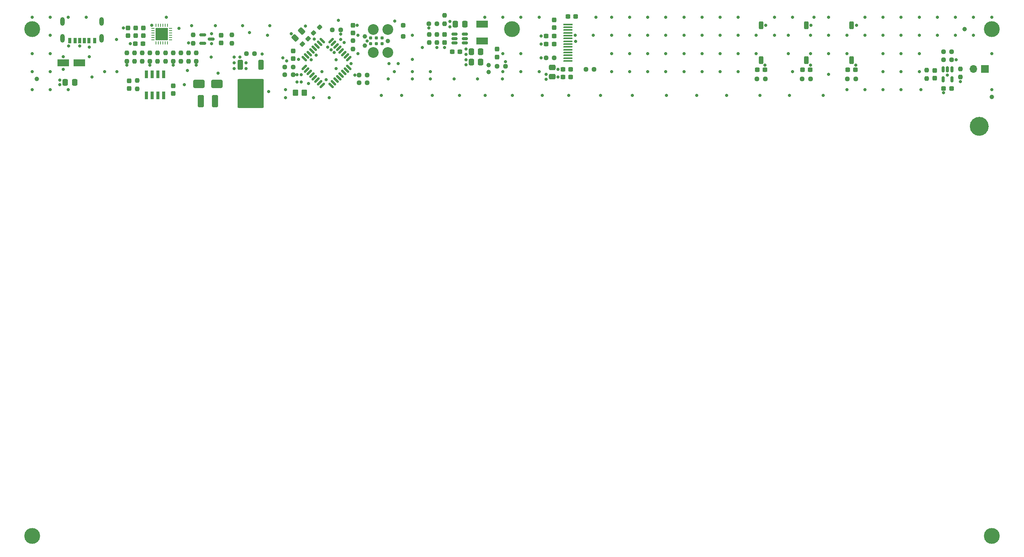
<source format=gbr>
%TF.GenerationSoftware,KiCad,Pcbnew,7.0.1*%
%TF.CreationDate,2023-08-12T11:58:29+02:00*%
%TF.ProjectId,HotPlate,486f7450-6c61-4746-952e-6b696361645f,rev?*%
%TF.SameCoordinates,PX2160ec0PY93d1cc0*%
%TF.FileFunction,Soldermask,Top*%
%TF.FilePolarity,Negative*%
%FSLAX46Y46*%
G04 Gerber Fmt 4.6, Leading zero omitted, Abs format (unit mm)*
G04 Created by KiCad (PCBNEW 7.0.1) date 2023-08-12 11:58:29*
%MOMM*%
%LPD*%
G01*
G04 APERTURE LIST*
G04 Aperture macros list*
%AMRoundRect*
0 Rectangle with rounded corners*
0 $1 Rounding radius*
0 $2 $3 $4 $5 $6 $7 $8 $9 X,Y pos of 4 corners*
0 Add a 4 corners polygon primitive as box body*
4,1,4,$2,$3,$4,$5,$6,$7,$8,$9,$2,$3,0*
0 Add four circle primitives for the rounded corners*
1,1,$1+$1,$2,$3*
1,1,$1+$1,$4,$5*
1,1,$1+$1,$6,$7*
1,1,$1+$1,$8,$9*
0 Add four rect primitives between the rounded corners*
20,1,$1+$1,$2,$3,$4,$5,0*
20,1,$1+$1,$4,$5,$6,$7,0*
20,1,$1+$1,$6,$7,$8,$9,0*
20,1,$1+$1,$8,$9,$2,$3,0*%
G04 Aperture macros list end*
%ADD10C,2.075000*%
%ADD11RoundRect,0.237500X-0.250000X-0.237500X0.250000X-0.237500X0.250000X0.237500X-0.250000X0.237500X0*%
%ADD12RoundRect,0.250000X-0.097227X0.574524X-0.574524X0.097227X0.097227X-0.574524X0.574524X-0.097227X0*%
%ADD13RoundRect,0.237500X0.250000X0.237500X-0.250000X0.237500X-0.250000X-0.237500X0.250000X-0.237500X0*%
%ADD14RoundRect,0.237500X-0.237500X0.250000X-0.237500X-0.250000X0.237500X-0.250000X0.237500X0.250000X0*%
%ADD15RoundRect,0.237500X0.237500X-0.250000X0.237500X0.250000X-0.237500X0.250000X-0.237500X-0.250000X0*%
%ADD16RoundRect,0.237500X-0.300000X-0.237500X0.300000X-0.237500X0.300000X0.237500X-0.300000X0.237500X0*%
%ADD17RoundRect,0.250000X-0.250000X0.250000X-0.250000X-0.250000X0.250000X-0.250000X0.250000X0.250000X0*%
%ADD18RoundRect,0.150000X-0.587500X-0.150000X0.587500X-0.150000X0.587500X0.150000X-0.587500X0.150000X0*%
%ADD19RoundRect,0.250000X-0.475000X0.337500X-0.475000X-0.337500X0.475000X-0.337500X0.475000X0.337500X0*%
%ADD20RoundRect,0.237500X-0.237500X0.287500X-0.237500X-0.287500X0.237500X-0.287500X0.237500X0.287500X0*%
%ADD21RoundRect,0.237500X-0.237500X0.300000X-0.237500X-0.300000X0.237500X-0.300000X0.237500X0.300000X0*%
%ADD22C,1.000000*%
%ADD23RoundRect,0.150000X0.512500X0.150000X-0.512500X0.150000X-0.512500X-0.150000X0.512500X-0.150000X0*%
%ADD24RoundRect,0.237500X0.237500X-0.300000X0.237500X0.300000X-0.237500X0.300000X-0.237500X-0.300000X0*%
%ADD25RoundRect,0.250000X0.337500X0.475000X-0.337500X0.475000X-0.337500X-0.475000X0.337500X-0.475000X0*%
%ADD26C,3.500000*%
%ADD27RoundRect,0.125000X-0.530330X0.353553X0.353553X-0.530330X0.530330X-0.353553X-0.353553X0.530330X0*%
%ADD28RoundRect,0.125000X-0.530330X-0.353553X-0.353553X-0.530330X0.530330X0.353553X0.353553X0.530330X0*%
%ADD29RoundRect,0.237500X-0.008839X-0.344715X0.344715X0.008839X0.008839X0.344715X-0.344715X-0.008839X0*%
%ADD30RoundRect,0.237500X0.300000X0.237500X-0.300000X0.237500X-0.300000X-0.237500X0.300000X-0.237500X0*%
%ADD31RoundRect,0.237500X0.044194X0.380070X-0.380070X-0.044194X-0.044194X-0.380070X0.380070X0.044194X0*%
%ADD32RoundRect,0.250000X0.250000X-0.625000X0.250000X0.625000X-0.250000X0.625000X-0.250000X-0.625000X0*%
%ADD33RoundRect,0.250000X-0.412500X-1.100000X0.412500X-1.100000X0.412500X1.100000X-0.412500X1.100000X0*%
%ADD34RoundRect,0.150000X-0.150000X0.512500X-0.150000X-0.512500X0.150000X-0.512500X0.150000X0.512500X0*%
%ADD35R,2.500000X1.500000*%
%ADD36RoundRect,0.250000X1.050000X0.550000X-1.050000X0.550000X-1.050000X-0.550000X1.050000X-0.550000X0*%
%ADD37R,1.700000X1.700000*%
%ADD38O,1.700000X1.700000*%
%ADD39R,0.700000X1.200000*%
%ADD40O,1.000000X1.900000*%
%ADD41RoundRect,0.237500X0.237500X-0.287500X0.237500X0.287500X-0.237500X0.287500X-0.237500X-0.287500X0*%
%ADD42C,2.374900*%
%ADD43C,0.990600*%
%ADD44C,0.787400*%
%ADD45RoundRect,0.250000X-1.000000X-0.650000X1.000000X-0.650000X1.000000X0.650000X-1.000000X0.650000X0*%
%ADD46R,0.250000X0.750000*%
%ADD47O,0.250000X0.750000*%
%ADD48O,0.750000X0.250000*%
%ADD49C,0.700000*%
%ADD50R,2.750000X2.750000*%
%ADD51R,2.000000X0.400000*%
%ADD52RoundRect,0.100000X0.900000X-0.100000X0.900000X0.100000X-0.900000X0.100000X-0.900000X-0.100000X0*%
%ADD53RoundRect,0.250000X0.350000X0.450000X-0.350000X0.450000X-0.350000X-0.450000X0.350000X-0.450000X0*%
%ADD54RoundRect,0.250000X-0.350000X0.850000X-0.350000X-0.850000X0.350000X-0.850000X0.350000X0.850000X0*%
%ADD55RoundRect,0.249997X-2.650003X2.950003X-2.650003X-2.950003X2.650003X-2.950003X2.650003X2.950003X0*%
%ADD56R,0.720000X1.780000*%
G04 APERTURE END LIST*
D10*
X214237500Y94500000D02*
G75*
G03*
X214237500Y94500000I-1037500J0D01*
G01*
D11*
%TO.C,R205*%
X106687500Y107800000D03*
X108512500Y107800000D03*
%TD*%
D12*
%TO.C,C208*%
X63533623Y115533623D03*
X62066377Y114066377D03*
%TD*%
D13*
%TO.C,R304*%
X128112500Y107100000D03*
X126287500Y107100000D03*
%TD*%
D14*
%TO.C,R113*%
X30000000Y110712500D03*
X30000000Y108887500D03*
%TD*%
D15*
%TO.C,R108*%
X31700000Y108887500D03*
X31700000Y110712500D03*
%TD*%
D16*
%TO.C,C202*%
X96737500Y111000000D03*
X98462500Y111000000D03*
%TD*%
D17*
%TO.C,D203*%
X85900000Y116850000D03*
X85900000Y114350000D03*
%TD*%
D14*
%TO.C,R401*%
X209000000Y107212500D03*
X209000000Y105387500D03*
%TD*%
D18*
%TO.C,Q101*%
X41662500Y114750000D03*
X41662500Y112850000D03*
X43537500Y113800000D03*
%TD*%
D19*
%TO.C,C310*%
X118900000Y107537500D03*
X118900000Y105462500D03*
%TD*%
D13*
%TO.C,R103*%
X61612500Y107600000D03*
X59787500Y107600000D03*
%TD*%
D20*
%TO.C,D202*%
X74800000Y116875000D03*
X74800000Y115125000D03*
%TD*%
D21*
%TO.C,C204*%
X95100000Y114762500D03*
X95100000Y113037500D03*
%TD*%
D22*
%TO.C,*%
X216000000Y101000000D03*
%TD*%
D14*
%TO.C,R115*%
X24900000Y110712500D03*
X24900000Y108887500D03*
%TD*%
D11*
%TO.C,R403*%
X205287500Y109200000D03*
X207112500Y109200000D03*
%TD*%
D23*
%TO.C,U201*%
X99537500Y112950000D03*
X99537500Y113900000D03*
X99537500Y114850000D03*
X97262500Y114850000D03*
X97262500Y113900000D03*
X97262500Y112950000D03*
%TD*%
D24*
%TO.C,C105*%
X25100000Y114537500D03*
X25100000Y116262500D03*
%TD*%
D15*
%TO.C,R203*%
X91700000Y112987500D03*
X91700000Y114812500D03*
%TD*%
%TO.C,R116*%
X36800000Y108887500D03*
X36800000Y110712500D03*
%TD*%
%TO.C,R109*%
X33400000Y108887500D03*
X33400000Y110712500D03*
%TD*%
D16*
%TO.C,C308*%
X122337500Y118800000D03*
X124062500Y118800000D03*
%TD*%
%TO.C,C303*%
X164137500Y107000000D03*
X165862500Y107000000D03*
%TD*%
D25*
%TO.C,C201*%
X99537500Y117100000D03*
X97462500Y117100000D03*
%TD*%
D15*
%TO.C,R118*%
X38500000Y108887500D03*
X38500000Y110712500D03*
%TD*%
D26*
%TO.C,REF\u002A\u002A*%
X4000000Y116000000D03*
%TD*%
D27*
%TO.C,U202*%
X68027728Y113432070D03*
X67462043Y112866384D03*
X66896357Y112300699D03*
X66330672Y111735014D03*
X65764986Y111169328D03*
X65199301Y110603643D03*
X64633616Y110037957D03*
X64067930Y109472272D03*
D28*
X64067930Y107527728D03*
X64633616Y106962043D03*
X65199301Y106396357D03*
X65764986Y105830672D03*
X66330672Y105264986D03*
X66896357Y104699301D03*
X67462043Y104133616D03*
X68027728Y103567930D03*
D27*
X69972272Y103567930D03*
X70537957Y104133616D03*
X71103643Y104699301D03*
X71669328Y105264986D03*
X72235014Y105830672D03*
X72800699Y106396357D03*
X73366384Y106962043D03*
X73932070Y107527728D03*
D28*
X73932070Y109472272D03*
X73366384Y110037957D03*
X72800699Y110603643D03*
X72235014Y111169328D03*
X71669328Y111735014D03*
X71103643Y112300699D03*
X70537957Y112866384D03*
X69972272Y113432070D03*
%TD*%
D26*
%TO.C,REF\u002A\u002A*%
X4000000Y4000000D03*
%TD*%
D29*
%TO.C,R104*%
X66154765Y115154765D03*
X67445235Y116445235D03*
%TD*%
D30*
%TO.C,C305*%
X119262500Y114500000D03*
X117537500Y114500000D03*
%TD*%
D31*
%TO.C,C207*%
X64909880Y113909880D03*
X63690120Y112690120D03*
%TD*%
D32*
%TO.C,SW301*%
X185000000Y109125000D03*
X185000000Y116875000D03*
%TD*%
D33*
%TO.C,C109*%
X41237500Y100100000D03*
X44362500Y100100000D03*
%TD*%
D13*
%TO.C,R307*%
X119312500Y109600000D03*
X117487500Y109600000D03*
%TD*%
D15*
%TO.C,R112*%
X28300000Y108887500D03*
X28300000Y110712500D03*
%TD*%
D25*
%TO.C,C205*%
X103037500Y111000000D03*
X100962500Y111000000D03*
%TD*%
D13*
%TO.C,R107*%
X61612500Y105900000D03*
X59787500Y105900000D03*
%TD*%
D34*
%TO.C,U401*%
X207150000Y107137500D03*
X206200000Y107137500D03*
X205250000Y107137500D03*
X205250000Y104862500D03*
X207150000Y104862500D03*
%TD*%
D15*
%TO.C,R206*%
X74800000Y111587500D03*
X74800000Y113412500D03*
%TD*%
D35*
%TO.C,L201*%
X103400000Y117050000D03*
X103400000Y113350000D03*
%TD*%
D36*
%TO.C,C101*%
X14400000Y108500000D03*
X10800000Y108500000D03*
%TD*%
D37*
%TO.C,TH401*%
X214475000Y107200000D03*
D38*
X211935000Y107200000D03*
%TD*%
D21*
%TO.C,C309*%
X119300000Y118062500D03*
X119300000Y116337500D03*
%TD*%
D30*
%TO.C,C306*%
X122962500Y105400000D03*
X121237500Y105400000D03*
%TD*%
D32*
%TO.C,SW302*%
X175000000Y109125000D03*
X175000000Y116875000D03*
%TD*%
D39*
%TO.C,J101*%
X15500000Y113410000D03*
X13480000Y113410000D03*
X12250000Y113410000D03*
X17750000Y113410000D03*
X16520000Y113410000D03*
X14500000Y113410000D03*
D40*
X19320000Y113940000D03*
X19320000Y117690000D03*
X10680000Y113940000D03*
X10680000Y117690000D03*
%TD*%
D41*
%TO.C,D201*%
X106700000Y109825000D03*
X106700000Y111575000D03*
%TD*%
D13*
%TO.C,R302*%
X175912500Y105000000D03*
X174087500Y105000000D03*
%TD*%
D24*
%TO.C,C104*%
X35100000Y101737500D03*
X35100000Y103462500D03*
%TD*%
D13*
%TO.C,R105*%
X72112500Y115800000D03*
X70287500Y115800000D03*
%TD*%
D32*
%TO.C,SW303*%
X165000000Y109125000D03*
X165000000Y116875000D03*
%TD*%
D22*
%TO.C,FID1*%
X5000000Y105000000D03*
%TD*%
D25*
%TO.C,C203*%
X103037500Y108700000D03*
X100962500Y108700000D03*
%TD*%
D24*
%TO.C,C108*%
X26800000Y114537500D03*
X26800000Y116262500D03*
%TD*%
D14*
%TO.C,R119*%
X40200000Y110712500D03*
X40200000Y108887500D03*
%TD*%
%TO.C,R201*%
X95100000Y119012500D03*
X95100000Y117187500D03*
%TD*%
D13*
%TO.C,R202*%
X93412500Y117200000D03*
X91587500Y117200000D03*
%TD*%
D26*
%TO.C,REF\u002A\u002A*%
X110000000Y116000000D03*
%TD*%
D25*
%TO.C,C102*%
X13337500Y104200000D03*
X11262500Y104200000D03*
%TD*%
D26*
%TO.C,REF\u002A\u002A*%
X216000000Y4000000D03*
%TD*%
D41*
%TO.C,D101*%
X45700000Y112925000D03*
X45700000Y114675000D03*
%TD*%
D14*
%TO.C,R404*%
X201600000Y106912500D03*
X201600000Y105087500D03*
%TD*%
%TO.C,R102*%
X39500000Y114712500D03*
X39500000Y112887500D03*
%TD*%
D42*
%TO.C,J201*%
X82540000Y110860000D03*
D43*
X82540000Y113400000D03*
D42*
X82540000Y115940000D03*
X79365000Y110860000D03*
X79365000Y115940000D03*
D43*
X77460000Y112384000D03*
X77460000Y114416000D03*
D44*
X81270000Y114035000D03*
X81270000Y112765000D03*
X80000000Y114035000D03*
X80000000Y112765000D03*
X78730000Y114035000D03*
X78730000Y112765000D03*
%TD*%
D45*
%TO.C,D102*%
X40800000Y103900000D03*
X44800000Y103900000D03*
%TD*%
D26*
%TO.C,REF\u002A\u002A*%
X216000000Y116000000D03*
%TD*%
D21*
%TO.C,C206*%
X61600000Y111162500D03*
X61600000Y109437500D03*
%TD*%
D30*
%TO.C,C106*%
X28462500Y112800000D03*
X26737500Y112800000D03*
%TD*%
D15*
%TO.C,R101*%
X48100000Y112887500D03*
X48100000Y114712500D03*
%TD*%
D22*
%TO.C,*%
X210000000Y116000000D03*
%TD*%
D11*
%TO.C,R306*%
X76187500Y104100000D03*
X78012500Y104100000D03*
%TD*%
D15*
%TO.C,R106*%
X27200000Y102787500D03*
X27200000Y104612500D03*
%TD*%
D30*
%TO.C,C304*%
X119262500Y112700000D03*
X117537500Y112700000D03*
%TD*%
D46*
%TO.C,U102*%
X31350000Y112950000D03*
D47*
X31850000Y112950000D03*
X32350000Y112950000D03*
X32850000Y112950000D03*
X33350000Y112950000D03*
X33850000Y112950000D03*
D48*
X34550000Y113650000D03*
X34550000Y114150000D03*
X34550000Y114650000D03*
X34550000Y115150000D03*
X34550000Y115650000D03*
X34550000Y116150000D03*
D47*
X33850000Y116850000D03*
X33350000Y116850000D03*
X32850000Y116850000D03*
X32350000Y116850000D03*
X31850000Y116850000D03*
X31350000Y116850000D03*
D48*
X30650000Y116150000D03*
X30650000Y115650000D03*
X30650000Y115150000D03*
X30650000Y114650000D03*
X30650000Y114150000D03*
X30650000Y113650000D03*
D49*
X31700000Y114000000D03*
X33500000Y114000000D03*
X32600000Y114900000D03*
D50*
X32600000Y114900000D03*
D49*
X31700000Y115800000D03*
X33500000Y115800000D03*
%TD*%
D14*
%TO.C,R117*%
X35100000Y110712500D03*
X35100000Y108887500D03*
%TD*%
D15*
%TO.C,R114*%
X26600000Y108887500D03*
X26600000Y110712500D03*
%TD*%
D13*
%TO.C,R111*%
X53112500Y110600000D03*
X51287500Y110600000D03*
%TD*%
D51*
%TO.C,J301*%
X122300000Y117030000D03*
D52*
X122300000Y116410000D03*
X122300000Y115790000D03*
X122300000Y115170000D03*
X122300000Y114550000D03*
X122300000Y113930000D03*
X122300000Y113310000D03*
X122300000Y112690000D03*
X122300000Y112070000D03*
X122300000Y111450000D03*
X122300000Y110830000D03*
X122300000Y110210000D03*
X122300000Y109590000D03*
X122300000Y108970000D03*
%TD*%
D13*
%TO.C,R402*%
X207112500Y111000000D03*
X205287500Y111000000D03*
%TD*%
D16*
%TO.C,C302*%
X174137500Y107000000D03*
X175862500Y107000000D03*
%TD*%
D30*
%TO.C,C307*%
X122962500Y107100000D03*
X121237500Y107100000D03*
%TD*%
D24*
%TO.C,C401*%
X203400000Y105137500D03*
X203400000Y106862500D03*
%TD*%
D13*
%TO.C,R301*%
X185912500Y105000000D03*
X184087500Y105000000D03*
%TD*%
D53*
%TO.C,R110*%
X64100000Y101900000D03*
X62100000Y101900000D03*
%TD*%
D14*
%TO.C,R204*%
X93400000Y114812500D03*
X93400000Y112987500D03*
%TD*%
D54*
%TO.C,Q102*%
X54480000Y108100000D03*
D55*
X52200000Y101800000D03*
D54*
X49920000Y108100000D03*
%TD*%
D11*
%TO.C,R305*%
X76187500Y105800000D03*
X78012500Y105800000D03*
%TD*%
D24*
%TO.C,C107*%
X28500000Y114537500D03*
X28500000Y116262500D03*
%TD*%
D16*
%TO.C,C402*%
X205337500Y102900000D03*
X207062500Y102900000D03*
%TD*%
D56*
%TO.C,U101*%
X33005000Y106040000D03*
X31735000Y106040000D03*
X30465000Y106040000D03*
X29195000Y106040000D03*
X29195000Y101360000D03*
X30465000Y101360000D03*
X31735000Y101360000D03*
X33005000Y101360000D03*
%TD*%
D24*
%TO.C,C103*%
X25400000Y102837500D03*
X25400000Y104562500D03*
%TD*%
D13*
%TO.C,R303*%
X165912500Y105000000D03*
X164087500Y105000000D03*
%TD*%
D16*
%TO.C,C301*%
X184137500Y107000000D03*
X185862500Y107000000D03*
%TD*%
D22*
%TO.C,TP201*%
X104788164Y106500000D03*
X104788164Y108000000D03*
%TD*%
D49*
X83950000Y106597500D03*
X135950000Y106597500D03*
X99850000Y109250000D03*
X14500000Y112300000D03*
X195950000Y102597500D03*
X75808798Y116867003D03*
X120150000Y105400000D03*
X171050000Y114600000D03*
X65650000Y109200000D03*
X175950000Y110597500D03*
X7950000Y114597500D03*
X165896585Y108029756D03*
X39206918Y116750000D03*
X147950000Y118597500D03*
X19950000Y106597500D03*
X124000000Y113300000D03*
X85600000Y101350000D03*
X215950000Y102597500D03*
X115950000Y118597500D03*
X24137500Y116262500D03*
X150775000Y101350000D03*
X43500000Y109800000D03*
X97175000Y104975000D03*
X48600000Y109800000D03*
X64350000Y116700000D03*
X147950000Y110597500D03*
X131950000Y110597500D03*
X95100000Y111950000D03*
X195950000Y110597500D03*
X48600000Y107300000D03*
X22675000Y106625000D03*
X143950000Y114597500D03*
X187950000Y114597500D03*
X50475000Y116750000D03*
X116450000Y114500000D03*
X164750000Y101350000D03*
X127950000Y114597500D03*
X183950000Y110597500D03*
X103950000Y118597500D03*
X7950000Y102597500D03*
X65025000Y103925000D03*
X155950000Y110597500D03*
X110050000Y101350000D03*
X166050000Y116850000D03*
X56200000Y102200000D03*
X3950000Y110597500D03*
X96300000Y117650000D03*
X179950000Y110597500D03*
X111950000Y118597500D03*
X207950000Y118597500D03*
X203950000Y114597500D03*
X151950000Y106597500D03*
X151950000Y118597500D03*
X163950000Y110597500D03*
X107825000Y104975000D03*
X191950000Y118597500D03*
X151950000Y114597500D03*
X7950000Y110597500D03*
X3950000Y106597500D03*
X199950000Y118597500D03*
X24900000Y108000000D03*
X187950000Y102597500D03*
X30000000Y108000000D03*
X17200000Y105375000D03*
X108523962Y108780000D03*
X139950000Y110597500D03*
X3950000Y118597500D03*
X129500000Y101350000D03*
X99850000Y110400000D03*
X116450000Y112700000D03*
X87950000Y106597500D03*
X107950000Y106597500D03*
X139950000Y114597500D03*
X51200000Y107300000D03*
X128500000Y118600000D03*
X3950000Y102597500D03*
X205345021Y101912107D03*
X107950000Y110597500D03*
X22600000Y113700000D03*
X171950000Y106597500D03*
X11950000Y102597500D03*
X176050000Y116850000D03*
X72100000Y113700000D03*
X175950000Y114597500D03*
X179950000Y118597500D03*
X191950000Y110597500D03*
X107950000Y118597500D03*
X91950000Y104975000D03*
X38250000Y106825000D03*
X59378399Y109668213D03*
X206195971Y105869901D03*
X159950000Y114597500D03*
X16625000Y109925000D03*
X187950000Y118597500D03*
X120167927Y107097687D03*
X135950000Y110597500D03*
X135950000Y114597500D03*
X71100000Y107250000D03*
X159950000Y110597500D03*
X143950000Y106597500D03*
X25650000Y112800000D03*
X70000000Y111400000D03*
X207950000Y114597500D03*
X82600000Y104975000D03*
X51950000Y115200000D03*
X115950000Y106597500D03*
X67950000Y106597500D03*
X131950000Y106597500D03*
X116450000Y109600000D03*
X183950000Y114597500D03*
X144100000Y101350000D03*
X157400000Y101350000D03*
X143950000Y110597500D03*
X43600000Y115000000D03*
X136600000Y101350000D03*
X191950000Y114597500D03*
X11950000Y118597500D03*
X191950000Y102597500D03*
X199950000Y106600000D03*
X55950000Y114597500D03*
X96300000Y116500000D03*
X49900000Y109800000D03*
X87950000Y109300000D03*
X10100000Y104700000D03*
X135950000Y118597500D03*
X92350000Y101350000D03*
X122475000Y101350000D03*
X171950000Y118597500D03*
X171050000Y110600000D03*
X147950000Y114597500D03*
X155950000Y106597500D03*
X75950000Y110597500D03*
X208100000Y109200000D03*
X15950000Y118597500D03*
X203950000Y118597500D03*
X43600000Y112800000D03*
X183950000Y102597500D03*
X91950000Y106597500D03*
X62800000Y109300000D03*
X59950000Y102597500D03*
X171300000Y101350000D03*
X68950000Y104800000D03*
X104050000Y101350000D03*
X209000000Y104402724D03*
X211950000Y114597500D03*
X87950000Y104975000D03*
X63400000Y105900000D03*
X59950000Y100800000D03*
X167950000Y118597500D03*
X7950000Y118597500D03*
X199950000Y110597500D03*
X44475000Y116750000D03*
X159950000Y106597500D03*
X186050000Y116850000D03*
X143950000Y118597500D03*
X90200000Y111925000D03*
X66100000Y100800000D03*
X48600000Y108500000D03*
X10100000Y103700000D03*
X195950000Y118597500D03*
X117500000Y104900000D03*
X54775000Y110525000D03*
X69550000Y100800000D03*
X98350000Y101350000D03*
X66250000Y113750000D03*
X147950000Y106597500D03*
X71100000Y109250000D03*
X87950000Y114597500D03*
X215950000Y118597500D03*
X215950000Y110597500D03*
X178725000Y101350000D03*
X179950000Y114597500D03*
X99850000Y111550000D03*
X35100000Y108000000D03*
X159950000Y118597500D03*
X78000000Y113400000D03*
X163950000Y114597500D03*
X155950000Y114597500D03*
X45025000Y106250000D03*
X38500000Y112900000D03*
X111950000Y106597500D03*
X139950000Y106597500D03*
X195950000Y114597500D03*
X91584946Y116228710D03*
X131950000Y114597500D03*
X211950000Y118597500D03*
X10800000Y109900000D03*
X139950000Y118597500D03*
X81125000Y101350000D03*
X16600000Y112000000D03*
X66750000Y110200000D03*
X176700000Y118600000D03*
X40200000Y108000000D03*
X195950000Y106597500D03*
X117500000Y106000000D03*
X151950000Y110597500D03*
X12000000Y112250000D03*
X179950000Y106000000D03*
X116696995Y101350000D03*
X175925178Y108035534D03*
X56475000Y116750000D03*
X10800000Y107100000D03*
X123950000Y114597500D03*
X191950000Y106597500D03*
X61200000Y115000000D03*
X200300000Y102600000D03*
X75950000Y114597500D03*
X93400000Y111950000D03*
X63400000Y104300000D03*
X199950000Y114597500D03*
X71600000Y117950000D03*
X102325000Y104975000D03*
X185918466Y108030872D03*
X7950000Y106597500D03*
X51200000Y108500000D03*
X167950000Y114597500D03*
X99850000Y108150000D03*
X155950000Y118597500D03*
X111950000Y110597500D03*
X84100000Y117750000D03*
X131950000Y118597500D03*
X33600000Y118625000D03*
X30400000Y116875500D03*
X36400000Y116200000D03*
X37600000Y103700000D03*
X72900000Y113000000D03*
X70700000Y110800000D03*
X62500000Y104300000D03*
X72100000Y114900000D03*
X84800000Y108400000D03*
X69250000Y112050000D03*
X82800000Y108400000D03*
X62500000Y105900000D03*
X60200000Y109000000D03*
X75300000Y105800000D03*
X74400000Y108400000D03*
M02*

</source>
